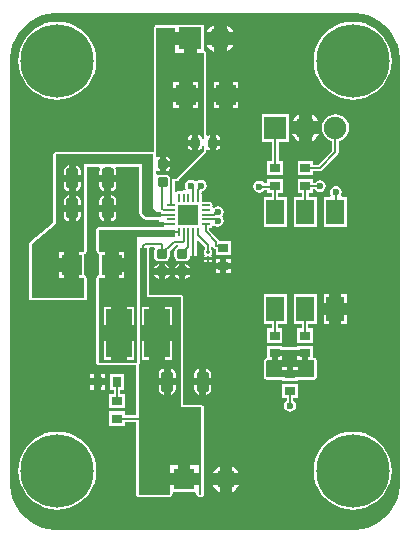
<source format=gtl>
G04*
G04 #@! TF.GenerationSoftware,Altium Limited,Altium Designer,19.1.6 (110)*
G04*
G04 Layer_Physical_Order=1*
G04 Layer_Color=255*
%FSLAX43Y43*%
%MOMM*%
G71*
G01*
G75*
%ADD25C,1.900*%
%ADD26R,1.900X1.900*%
%ADD31R,1.700X1.800*%
%ADD32R,2.200X4.100*%
G04:AMPARAMS|DCode=33|XSize=1.8mm|YSize=1mm|CornerRadius=0.25mm|HoleSize=0mm|Usage=FLASHONLY|Rotation=90.000|XOffset=0mm|YOffset=0mm|HoleType=Round|Shape=RoundedRectangle|*
%AMROUNDEDRECTD33*
21,1,1.800,0.500,0,0,90.0*
21,1,1.300,1.000,0,0,90.0*
1,1,0.500,0.250,0.650*
1,1,0.500,0.250,-0.650*
1,1,0.500,-0.250,-0.650*
1,1,0.500,-0.250,0.650*
%
%ADD33ROUNDEDRECTD33*%
%ADD34R,0.900X0.800*%
%ADD35R,0.800X0.950*%
%ADD36O,0.200X0.800*%
%ADD37O,0.800X0.200*%
%ADD38R,1.700X1.700*%
G04:AMPARAMS|DCode=39|XSize=0.9mm|YSize=0.8mm|CornerRadius=0.2mm|HoleSize=0mm|Usage=FLASHONLY|Rotation=90.000|XOffset=0mm|YOffset=0mm|HoleType=Round|Shape=RoundedRectangle|*
%AMROUNDEDRECTD39*
21,1,0.900,0.400,0,0,90.0*
21,1,0.500,0.800,0,0,90.0*
1,1,0.400,0.200,0.250*
1,1,0.400,0.200,-0.250*
1,1,0.400,-0.200,-0.250*
1,1,0.400,-0.200,0.250*
%
%ADD39ROUNDEDRECTD39*%
G04:AMPARAMS|DCode=40|XSize=0.9mm|YSize=0.8mm|CornerRadius=0.2mm|HoleSize=0mm|Usage=FLASHONLY|Rotation=0.000|XOffset=0mm|YOffset=0mm|HoleType=Round|Shape=RoundedRectangle|*
%AMROUNDEDRECTD40*
21,1,0.900,0.400,0,0,0.0*
21,1,0.500,0.800,0,0,0.0*
1,1,0.400,0.250,-0.200*
1,1,0.400,-0.250,-0.200*
1,1,0.400,-0.250,0.200*
1,1,0.400,0.250,0.200*
%
%ADD40ROUNDEDRECTD40*%
G04:AMPARAMS|DCode=41|XSize=0.28mm|YSize=0.3mm|CornerRadius=0.07mm|HoleSize=0mm|Usage=FLASHONLY|Rotation=90.000|XOffset=0mm|YOffset=0mm|HoleType=Round|Shape=RoundedRectangle|*
%AMROUNDEDRECTD41*
21,1,0.280,0.160,0,0,90.0*
21,1,0.140,0.300,0,0,90.0*
1,1,0.140,0.080,0.070*
1,1,0.140,0.080,-0.070*
1,1,0.140,-0.080,-0.070*
1,1,0.140,-0.080,0.070*
%
%ADD41ROUNDEDRECTD41*%
%ADD42R,1.500X2.150*%
%ADD43C,0.150*%
%ADD44C,1.800*%
%ADD45R,1.800X1.800*%
%ADD46C,6.200*%
%ADD47C,0.600*%
G36*
X99788Y92961D02*
X100298Y92824D01*
X100786Y92622D01*
X101244Y92358D01*
X101663Y92036D01*
X102036Y91663D01*
X102358Y91244D01*
X102622Y90786D01*
X102824Y90298D01*
X102961Y89788D01*
X103030Y89264D01*
Y89000D01*
X103030Y53285D01*
X103030Y53021D01*
X102961Y52497D01*
X102824Y51987D01*
X102622Y51499D01*
X102358Y51041D01*
X102036Y50622D01*
X101663Y50248D01*
X101244Y49927D01*
X100786Y49663D01*
X100298Y49461D01*
X99788Y49324D01*
X99264Y49255D01*
X99000Y49255D01*
X74000D01*
X73736Y49255D01*
X73212Y49324D01*
X72702Y49461D01*
X72214Y49663D01*
X71756Y49927D01*
X71337Y50249D01*
X70963Y50622D01*
X70642Y51041D01*
X70378Y51499D01*
X70176Y51987D01*
X70039Y52497D01*
X69970Y53021D01*
Y53285D01*
Y89000D01*
Y89264D01*
X70039Y89788D01*
X70176Y90298D01*
X70378Y90786D01*
X70642Y91244D01*
X70964Y91663D01*
X71337Y92036D01*
X71756Y92358D01*
X72214Y92622D01*
X72702Y92824D01*
X73212Y92961D01*
X73736Y93030D01*
X99264D01*
X99788Y92961D01*
D02*
G37*
%LPC*%
G36*
X88320Y92000D02*
Y91425D01*
X88895D01*
X88862Y91505D01*
X88662Y91767D01*
X88400Y91967D01*
X88320Y92000D01*
D02*
G37*
G36*
X87220D02*
X87140Y91967D01*
X86878Y91767D01*
X86678Y91505D01*
X86645Y91425D01*
X87220D01*
Y92000D01*
D02*
G37*
G36*
X88895Y90325D02*
X88320D01*
Y89750D01*
X88400Y89783D01*
X88662Y89983D01*
X88862Y90245D01*
X88895Y90325D01*
D02*
G37*
G36*
X87220D02*
X86645D01*
X86678Y90245D01*
X86848Y90023D01*
X86878Y89983D01*
X87140Y89783D01*
X87220Y89750D01*
Y90325D01*
D02*
G37*
G36*
X89325Y87225D02*
X88875D01*
Y86725D01*
X89325D01*
Y87225D01*
D02*
G37*
G36*
X87675D02*
X87225D01*
Y86725D01*
X87675D01*
Y87225D01*
D02*
G37*
G36*
X99000Y92310D02*
X98482Y92269D01*
X97977Y92148D01*
X97497Y91949D01*
X97054Y91678D01*
X96659Y91341D01*
X96322Y90946D01*
X96051Y90503D01*
X95852Y90023D01*
X95731Y89518D01*
X95690Y89000D01*
X95731Y88482D01*
X95852Y87977D01*
X96051Y87497D01*
X96322Y87054D01*
X96659Y86659D01*
X97054Y86322D01*
X97497Y86051D01*
X97977Y85852D01*
X98482Y85731D01*
X99000Y85690D01*
X99518Y85731D01*
X100023Y85852D01*
X100503Y86051D01*
X100946Y86322D01*
X101341Y86659D01*
X101678Y87054D01*
X101949Y87497D01*
X102148Y87977D01*
X102269Y88482D01*
X102310Y89000D01*
X102269Y89518D01*
X102148Y90023D01*
X101949Y90503D01*
X101678Y90946D01*
X101341Y91341D01*
X100946Y91678D01*
X100503Y91949D01*
X100023Y92148D01*
X99518Y92269D01*
X99000Y92310D01*
D02*
G37*
G36*
X74000D02*
X73482Y92269D01*
X72977Y92148D01*
X72497Y91949D01*
X72054Y91678D01*
X71659Y91341D01*
X71322Y90946D01*
X71051Y90503D01*
X70852Y90023D01*
X70731Y89518D01*
X70690Y89000D01*
X70731Y88482D01*
X70852Y87977D01*
X71051Y87497D01*
X71322Y87054D01*
X71659Y86659D01*
X72054Y86322D01*
X72497Y86051D01*
X72977Y85852D01*
X73482Y85731D01*
X74000Y85690D01*
X74518Y85731D01*
X75023Y85852D01*
X75503Y86051D01*
X75946Y86322D01*
X76341Y86659D01*
X76678Y87054D01*
X76949Y87497D01*
X77148Y87977D01*
X77269Y88482D01*
X77310Y89000D01*
X77269Y89518D01*
X77148Y90023D01*
X76949Y90503D01*
X76678Y90946D01*
X76341Y91341D01*
X75946Y91678D01*
X75503Y91949D01*
X75023Y92148D01*
X74518Y92269D01*
X74000Y92310D01*
D02*
G37*
G36*
X89325Y85525D02*
X88875D01*
Y85025D01*
X89325D01*
Y85525D01*
D02*
G37*
G36*
X87675D02*
X87225D01*
Y85025D01*
X87675D01*
Y85525D01*
D02*
G37*
G36*
X95550Y84425D02*
Y83850D01*
X96125D01*
X96092Y83930D01*
X95892Y84192D01*
X95630Y84392D01*
X95550Y84425D01*
D02*
G37*
G36*
X94450D02*
X94370Y84392D01*
X94108Y84192D01*
X93908Y83930D01*
X93875Y83850D01*
X94450D01*
Y84425D01*
D02*
G37*
G36*
X87440Y82695D02*
Y82315D01*
X87780D01*
X87752Y82456D01*
X87663Y82589D01*
X87531Y82677D01*
X87440Y82695D01*
D02*
G37*
G36*
X96125Y82750D02*
X95550D01*
Y82175D01*
X95630Y82208D01*
X95892Y82408D01*
X96092Y82670D01*
X96125Y82750D01*
D02*
G37*
G36*
X94450D02*
X93875D01*
X93908Y82670D01*
X94108Y82408D01*
X94370Y82208D01*
X94450Y82175D01*
Y82750D01*
D02*
G37*
G36*
X87780Y81785D02*
X87440D01*
Y81405D01*
X87531Y81423D01*
X87663Y81512D01*
X87752Y81644D01*
X87780Y81785D01*
D02*
G37*
G36*
X84080Y92025D02*
Y92025D01*
X84080Y92025D01*
X83962Y92004D01*
X82375D01*
X82297Y91988D01*
X82231Y91944D01*
X82187Y91878D01*
X82171Y91800D01*
Y81337D01*
X82100Y81279D01*
X73875D01*
X73797Y81263D01*
X73731Y81219D01*
X73687Y81153D01*
X73671Y81075D01*
Y75248D01*
X71697Y73659D01*
X71690Y73650D01*
X71681Y73644D01*
X71665Y73620D01*
X71646Y73598D01*
X71643Y73587D01*
X71637Y73578D01*
X71631Y73550D01*
X71622Y73522D01*
X71623Y73511D01*
X71621Y73500D01*
Y68900D01*
X71637Y68822D01*
X71681Y68756D01*
X71747Y68712D01*
X71825Y68696D01*
X76288D01*
X76366Y68712D01*
X76432Y68756D01*
X76476Y68822D01*
X76492Y68900D01*
Y70514D01*
X76485Y70547D01*
X76481Y70580D01*
X76443Y70691D01*
X76440Y70697D01*
X76438Y70703D01*
X76420Y70731D01*
X76403Y70760D01*
X76398Y70764D01*
X76394Y70769D01*
X76366Y70788D01*
X76340Y70808D01*
X76333Y70810D01*
X76328Y70813D01*
X76295Y70820D01*
X76263Y70829D01*
X76250Y70953D01*
Y72497D01*
X76263Y72621D01*
X76295Y72630D01*
X76328Y72637D01*
X76333Y72640D01*
X76340Y72642D01*
X76366Y72662D01*
X76394Y72681D01*
X76398Y72686D01*
X76403Y72690D01*
X76420Y72719D01*
X76438Y72747D01*
X76440Y72753D01*
X76443Y72759D01*
X76481Y72870D01*
X76485Y72903D01*
X76492Y72936D01*
Y80021D01*
X77562Y80021D01*
X77630Y79894D01*
X77601Y79851D01*
X77576Y79727D01*
X77566Y79675D01*
Y79325D01*
X78275D01*
X78984D01*
Y79675D01*
X78949Y79851D01*
X78920Y79894D01*
X78988Y80021D01*
X80946D01*
Y79995D01*
X80950Y79975D01*
D01*
D01*
D01*
X80950Y76096D01*
X80966Y76018D01*
X81010Y75952D01*
X81010Y75952D01*
X81356Y75606D01*
X81422Y75562D01*
X81500Y75546D01*
X82624D01*
X82632Y75526D01*
X82645Y75419D01*
X82577Y75373D01*
X82561Y75350D01*
X83000D01*
Y74925D01*
X82485D01*
X82475Y74904D01*
X77500D01*
X77422Y74888D01*
X77356Y74844D01*
X77312Y74778D01*
X77296Y74700D01*
Y72931D01*
X77297Y72927D01*
X77296Y72922D01*
X77305Y72888D01*
X77312Y72853D01*
X77314Y72849D01*
X77315Y72844D01*
X77365Y72738D01*
X77386Y72710D01*
X77406Y72681D01*
X77410Y72678D01*
X77413Y72674D01*
X77443Y72656D01*
X77472Y72637D01*
X77477Y72636D01*
X77481Y72633D01*
X77516Y72628D01*
X77550Y72621D01*
Y70829D01*
X77516Y70822D01*
X77481Y70817D01*
X77477Y70814D01*
X77472Y70813D01*
X77443Y70794D01*
X77413Y70776D01*
X77410Y70772D01*
X77406Y70769D01*
X77386Y70740D01*
X77365Y70712D01*
X77315Y70606D01*
X77314Y70601D01*
X77312Y70597D01*
X77305Y70562D01*
X77296Y70528D01*
X77297Y70523D01*
X77296Y70519D01*
Y63675D01*
Y63425D01*
X77312Y63347D01*
X77356Y63281D01*
X77422Y63237D01*
X77500Y63221D01*
X80696D01*
Y58955D01*
X79700D01*
Y59300D01*
X78400D01*
Y58100D01*
X79700D01*
Y58395D01*
X80696D01*
X80696Y52250D01*
X80712Y52172D01*
X80756Y52106D01*
X80822Y52062D01*
X80900Y52046D01*
X83485D01*
X83506Y52050D01*
X83527Y52050D01*
X83544Y52058D01*
X83563Y52062D01*
X83581Y52073D01*
X83600Y52082D01*
X83613Y52095D01*
X83629Y52106D01*
X83641Y52123D01*
X83656Y52139D01*
X83721Y52239D01*
X83728Y52256D01*
X83738Y52272D01*
X83743Y52293D01*
X83750Y52313D01*
X83750Y52325D01*
X83770Y52450D01*
X85659D01*
X85747Y52360D01*
X85755Y52330D01*
X85762Y52299D01*
X85766Y52292D01*
X85769Y52284D01*
X85834Y52157D01*
X85853Y52132D01*
X85871Y52106D01*
X85878Y52101D01*
X85883Y52095D01*
X85911Y52079D01*
X85937Y52062D01*
X85945Y52060D01*
X85953Y52056D01*
X85984Y52052D01*
X86015Y52046D01*
X86200D01*
X86278Y52062D01*
X86344Y52106D01*
X86388Y52172D01*
X86404Y52250D01*
X86404Y59650D01*
X86388Y59728D01*
X86344Y59794D01*
X86278Y59838D01*
X86200Y59854D01*
X84654D01*
Y60000D01*
X84654Y68975D01*
X84638Y69053D01*
X84594Y69119D01*
X84528Y69163D01*
X84450Y69179D01*
X81754Y69179D01*
Y73100D01*
X81860Y73207D01*
X82205D01*
X82273Y73080D01*
X82223Y73006D01*
X82192Y72850D01*
Y72450D01*
Y72450D01*
D01*
X82212Y72350D01*
X82223Y72294D01*
X82312Y72162D01*
X82444Y72073D01*
X82600Y72042D01*
X83100D01*
X83256Y72073D01*
X83388Y72162D01*
X83477Y72294D01*
X83508Y72450D01*
Y72467D01*
D01*
Y72850D01*
X83503Y72872D01*
X83548Y72902D01*
X84016Y73370D01*
X84236D01*
X84248Y73243D01*
X84169Y73227D01*
X84037Y73138D01*
X83948Y73006D01*
X83917Y72850D01*
Y72450D01*
Y72450D01*
D01*
X83928Y72394D01*
X83948Y72294D01*
X84037Y72162D01*
X84169Y72073D01*
X84325Y72042D01*
X84825D01*
X84981Y72073D01*
X85113Y72162D01*
X85202Y72294D01*
X85233Y72450D01*
Y72473D01*
X85780Y72475D01*
Y73743D01*
X85907Y73796D01*
X86470Y73234D01*
Y73036D01*
X86416Y72955D01*
X86395Y72850D01*
Y72710D01*
X86416Y72605D01*
X86475Y72515D01*
Y72515D01*
X86416Y72425D01*
X86401Y72350D01*
X86750D01*
X87099D01*
X87099Y72352D01*
D01*
X87084Y72425D01*
X87025Y72515D01*
Y72515D01*
X87084Y72605D01*
X87105Y72710D01*
Y72850D01*
X87084Y72955D01*
X87030Y73036D01*
Y73211D01*
X87157Y73224D01*
X87166Y73181D01*
X87227Y73090D01*
X87318Y73029D01*
X87400Y73012D01*
Y72525D01*
X88700D01*
Y73725D01*
X87695D01*
X87684Y73782D01*
X87623Y73873D01*
X86830Y74666D01*
Y74844D01*
X86850D01*
X86967Y74867D01*
X87066Y74934D01*
X87119Y75012D01*
X87127Y75019D01*
X87196Y75043D01*
X87266Y75055D01*
X87380Y74979D01*
X87575Y74940D01*
X87770Y74979D01*
X87935Y75090D01*
X88046Y75255D01*
X88085Y75450D01*
X88046Y75645D01*
X88004Y75708D01*
X87937Y75812D01*
X88004Y75917D01*
X88046Y75980D01*
X88085Y76175D01*
X88046Y76370D01*
X87935Y76535D01*
X87770Y76646D01*
X87575Y76685D01*
X87380Y76646D01*
X87232Y76547D01*
X87227Y76546D01*
X87133Y76633D01*
X87133Y76633D01*
X87156Y76750D01*
X87133Y76867D01*
X87066Y76966D01*
X86967Y77033D01*
X86850Y77056D01*
X86327D01*
X86238Y77088D01*
X86206Y77177D01*
Y77700D01*
X86186Y77801D01*
X86207Y77880D01*
X86227Y77930D01*
X86345Y77954D01*
X86510Y78065D01*
X86621Y78230D01*
X86660Y78425D01*
X86621Y78620D01*
X86510Y78785D01*
X86345Y78896D01*
X86150Y78935D01*
X85955Y78896D01*
X85790Y78785D01*
X85788Y78784D01*
X85661D01*
X85660Y78785D01*
X85495Y78896D01*
X85300Y78935D01*
X85105Y78896D01*
X84940Y78785D01*
X84829Y78620D01*
X84790Y78425D01*
X84829Y78230D01*
X84883Y78149D01*
X84835Y78008D01*
X84795Y77987D01*
X84700Y78006D01*
X84583Y77983D01*
X84500Y77927D01*
X84417Y77983D01*
X84300Y78006D01*
X84183Y77983D01*
X84084Y77916D01*
X84057Y77877D01*
X83930Y77915D01*
Y78771D01*
X84100D01*
X84178Y78787D01*
X84244Y78831D01*
X84288Y78897D01*
X84304Y78975D01*
Y78991D01*
X86544Y81231D01*
X86588Y81297D01*
X86604Y81375D01*
Y81424D01*
X86731Y81482D01*
X86782Y81448D01*
X86819Y81423D01*
X86910Y81405D01*
Y82050D01*
Y82695D01*
X86819Y82677D01*
X86731Y82618D01*
X86604Y82676D01*
Y89625D01*
X86588Y89703D01*
X86544Y89769D01*
X86478Y89813D01*
X86400Y89829D01*
X86380D01*
Y92025D01*
X84080D01*
X84080Y92025D01*
D02*
G37*
G36*
X97545Y84465D02*
X97245Y84425D01*
X96965Y84310D01*
X96725Y84125D01*
X96541Y83885D01*
X96425Y83605D01*
X96385Y83305D01*
X96425Y83005D01*
X96541Y82725D01*
X96725Y82485D01*
X96965Y82301D01*
X97245Y82185D01*
Y81341D01*
X96109Y80205D01*
X95650D01*
Y80500D01*
X94350D01*
Y79300D01*
X95650D01*
Y79645D01*
X96225D01*
X96332Y79666D01*
X96423Y79727D01*
X97723Y81027D01*
X97784Y81118D01*
X97805Y81225D01*
Y82179D01*
X97845Y82185D01*
X98125Y82301D01*
X98365Y82485D01*
X98550Y82725D01*
X98665Y83005D01*
X98705Y83305D01*
X98665Y83605D01*
X98550Y83885D01*
X98365Y84125D01*
X98125Y84310D01*
X97845Y84425D01*
X97545Y84465D01*
D02*
G37*
G36*
X93610Y84450D02*
X91310D01*
Y82150D01*
X92180D01*
Y80475D01*
X91775D01*
Y79275D01*
X93075D01*
Y80475D01*
X92740D01*
Y82150D01*
X93610D01*
Y84450D01*
D02*
G37*
G36*
X93075Y78975D02*
X91775D01*
Y78605D01*
X91514D01*
X91460Y78685D01*
X91295Y78796D01*
X91100Y78835D01*
X90905Y78796D01*
X90740Y78685D01*
X90629Y78520D01*
X90590Y78325D01*
X90629Y78130D01*
X90740Y77965D01*
X90905Y77854D01*
X91100Y77815D01*
X91295Y77854D01*
X91460Y77965D01*
X91514Y78045D01*
X91775D01*
Y77775D01*
X92145D01*
Y77475D01*
X91510D01*
Y74925D01*
X93410D01*
Y77475D01*
X92705D01*
Y77775D01*
X93075D01*
Y78975D01*
D02*
G37*
G36*
X77975Y78725D02*
X77566D01*
Y78375D01*
X77601Y78199D01*
X77701Y78051D01*
X77849Y77951D01*
X77975Y77926D01*
Y78725D01*
D02*
G37*
G36*
X78984D02*
X78575D01*
Y77926D01*
X78701Y77951D01*
X78849Y78051D01*
X78949Y78199D01*
X78984Y78375D01*
Y78725D01*
D02*
G37*
G36*
X95650Y79000D02*
X94350D01*
Y77800D01*
X94720D01*
Y77475D01*
X94050D01*
Y74925D01*
X95950D01*
Y77475D01*
X95280D01*
Y77800D01*
X95650D01*
Y78095D01*
X95811D01*
X95865Y78015D01*
X96030Y77904D01*
X96225Y77865D01*
X96420Y77904D01*
X96585Y78015D01*
X96696Y78180D01*
X96735Y78375D01*
X96696Y78570D01*
X96585Y78735D01*
X96420Y78846D01*
X96225Y78885D01*
X96030Y78846D01*
X95865Y78735D01*
X95811Y78655D01*
X95650D01*
Y79000D01*
D02*
G37*
G36*
X78575Y77599D02*
Y76800D01*
X78984D01*
Y77150D01*
X78949Y77326D01*
X78849Y77474D01*
X78701Y77574D01*
X78575Y77599D01*
D02*
G37*
G36*
X77975Y77599D02*
X77849Y77574D01*
X77701Y77474D01*
X77601Y77326D01*
X77566Y77150D01*
Y76800D01*
X77975D01*
Y77599D01*
D02*
G37*
G36*
Y76200D02*
X77566D01*
Y75850D01*
X77601Y75674D01*
X77701Y75526D01*
X77849Y75426D01*
X77975Y75401D01*
Y76200D01*
D02*
G37*
G36*
X78984D02*
X78575D01*
Y75401D01*
X78701Y75426D01*
X78814Y75502D01*
D01*
X78849Y75526D01*
X78949Y75674D01*
X78984Y75850D01*
Y76200D01*
D02*
G37*
G36*
X97575Y78385D02*
X97380Y78346D01*
X97215Y78235D01*
X97104Y78070D01*
X97065Y77875D01*
X97104Y77680D01*
X97156Y77602D01*
X97088Y77475D01*
X96590D01*
Y74925D01*
X98490D01*
Y77475D01*
X98062D01*
X97994Y77602D01*
X98046Y77680D01*
X98085Y77875D01*
X98046Y78070D01*
X97935Y78235D01*
X97770Y78346D01*
X97575Y78385D01*
D02*
G37*
G36*
X87099Y72150D02*
X86850D01*
Y71909D01*
X86935Y71926D01*
X87025Y71985D01*
X87084Y72075D01*
X87099Y72150D01*
D02*
G37*
G36*
X86650D02*
X86401D01*
X86416Y72075D01*
X86475Y71985D01*
X86565Y71926D01*
X86650Y71909D01*
Y72150D01*
D02*
G37*
G36*
X88700Y72225D02*
X88315D01*
Y71890D01*
X88700D01*
Y72225D01*
D02*
G37*
G36*
X87785D02*
X87400D01*
Y71890D01*
X87785D01*
Y72225D01*
D02*
G37*
G36*
X84840Y71755D02*
Y71415D01*
X85220D01*
X85202Y71506D01*
X85114Y71638D01*
X85057Y71676D01*
X84981Y71727D01*
X84840Y71755D01*
D02*
G37*
G36*
X84310D02*
X84169Y71727D01*
X84037Y71638D01*
X83948Y71506D01*
X83930Y71415D01*
X84310D01*
Y71755D01*
D02*
G37*
G36*
X83115Y71755D02*
Y71415D01*
X83495D01*
X83477Y71506D01*
X83389Y71638D01*
X83256Y71727D01*
X83115Y71755D01*
D02*
G37*
G36*
X82585D02*
X82444Y71727D01*
X82312Y71638D01*
X82223Y71506D01*
X82205Y71415D01*
X82585D01*
Y71755D01*
D02*
G37*
G36*
X88700Y71360D02*
X88315D01*
Y71025D01*
X88700D01*
Y71360D01*
D02*
G37*
G36*
X87785D02*
X87400D01*
Y71025D01*
X87785D01*
Y71360D01*
D02*
G37*
G36*
X85220Y70885D02*
X84840D01*
Y70545D01*
X84981Y70573D01*
X85114Y70662D01*
X85202Y70794D01*
X85220Y70885D01*
D02*
G37*
G36*
X84310D02*
X83930D01*
X83948Y70794D01*
X84037Y70662D01*
X84169Y70573D01*
X84310Y70545D01*
Y70885D01*
D02*
G37*
G36*
X83495Y70885D02*
X83115D01*
Y70545D01*
X83256Y70573D01*
X83389Y70662D01*
X83477Y70794D01*
X83495Y70885D01*
D02*
G37*
G36*
X82585D02*
X82205D01*
X82223Y70794D01*
X82312Y70662D01*
X82444Y70573D01*
X82585Y70545D01*
Y70885D01*
D02*
G37*
G36*
X98490Y69225D02*
X98040D01*
Y68450D01*
X98490D01*
Y69225D01*
D02*
G37*
G36*
X97040D02*
X96590D01*
Y68450D01*
X97040D01*
Y69225D01*
D02*
G37*
G36*
X98490Y67450D02*
X98040D01*
Y66675D01*
X98490D01*
Y67450D01*
D02*
G37*
G36*
X97040D02*
X96590D01*
Y66675D01*
X97040D01*
Y67450D01*
D02*
G37*
G36*
X95950Y69225D02*
X94050D01*
Y66675D01*
X94695D01*
Y66325D01*
X94325D01*
Y65125D01*
X95625D01*
Y66325D01*
X95255D01*
Y66675D01*
X95950D01*
Y69225D01*
D02*
G37*
G36*
X93410D02*
X91510D01*
Y66675D01*
X92155D01*
Y66325D01*
X91750D01*
Y65125D01*
X93050D01*
Y66325D01*
X92715D01*
Y66675D01*
X93410D01*
Y69225D01*
D02*
G37*
G36*
X95625Y64825D02*
X94325D01*
Y64729D01*
X93050D01*
Y64825D01*
X91750D01*
Y63829D01*
X91716Y63822D01*
X91681Y63817D01*
X91677Y63814D01*
X91672Y63813D01*
X91643Y63794D01*
X91613Y63776D01*
X91610Y63772D01*
X91606Y63769D01*
X91586Y63740D01*
X91565Y63712D01*
X91515Y63606D01*
X91514Y63601D01*
X91512Y63597D01*
X91505Y63562D01*
X91496Y63528D01*
X91497Y63523D01*
X91496Y63519D01*
X91496Y62200D01*
X91512Y62122D01*
X91556Y62056D01*
X91622Y62012D01*
X91700Y61996D01*
X93050D01*
Y61900D01*
X94350D01*
Y61996D01*
X95750D01*
X95828Y62012D01*
X95894Y62056D01*
X95938Y62122D01*
X95954Y62200D01*
X95954Y63620D01*
X95947Y63655D01*
X95941Y63691D01*
X95939Y63694D01*
X95938Y63698D01*
X95918Y63728D01*
X95900Y63759D01*
X95896Y63761D01*
X95894Y63764D01*
X95864Y63784D01*
X95835Y63805D01*
X95831Y63806D01*
X95828Y63809D01*
X95793Y63816D01*
X95758Y63824D01*
X95631Y63829D01*
X95625Y63951D01*
Y64825D01*
D02*
G37*
G36*
X86600Y62924D02*
Y62125D01*
X87009D01*
Y62475D01*
X86974Y62651D01*
X86874Y62799D01*
X86726Y62899D01*
X86600Y62924D01*
D02*
G37*
G36*
X86000D02*
X85874Y62899D01*
X85726Y62799D01*
X85626Y62651D01*
X85591Y62475D01*
Y62125D01*
X86000D01*
Y62924D01*
D02*
G37*
G36*
X78000Y62500D02*
X77665D01*
Y62090D01*
X78000D01*
Y62500D01*
D02*
G37*
G36*
X77135D02*
X76800D01*
Y62090D01*
X77135D01*
Y62500D01*
D02*
G37*
G36*
X78000Y61560D02*
X77665D01*
Y61150D01*
X78000D01*
Y61560D01*
D02*
G37*
G36*
X77135D02*
X76800D01*
Y61150D01*
X77135D01*
Y61560D01*
D02*
G37*
G36*
X87009Y61525D02*
X86600D01*
Y60726D01*
X86726Y60751D01*
X86874Y60851D01*
X86974Y60999D01*
X87009Y61175D01*
Y61525D01*
D02*
G37*
G36*
X86000D02*
X85591D01*
Y61175D01*
X85626Y60999D01*
X85726Y60851D01*
X85874Y60751D01*
X86000Y60726D01*
Y61525D01*
D02*
G37*
G36*
X79650Y62500D02*
X78450D01*
Y61150D01*
X78770D01*
Y60800D01*
X78400D01*
Y59600D01*
X79700D01*
Y60800D01*
X79330D01*
Y61150D01*
X79650D01*
Y62500D01*
D02*
G37*
G36*
X94350Y61600D02*
X93050D01*
Y60400D01*
X93420D01*
Y60214D01*
X93340Y60160D01*
X93229Y59995D01*
X93190Y59800D01*
X93229Y59605D01*
X93340Y59440D01*
X93505Y59329D01*
X93700Y59290D01*
X93895Y59329D01*
X94060Y59440D01*
X94171Y59605D01*
X94210Y59800D01*
X94171Y59995D01*
X94060Y60160D01*
X93980Y60214D01*
Y60400D01*
X94350D01*
Y61600D01*
D02*
G37*
G36*
X88750Y54642D02*
Y54050D01*
X89342D01*
X89298Y54155D01*
X89106Y54406D01*
X88855Y54598D01*
X88750Y54642D01*
D02*
G37*
G36*
X87750D02*
X87645Y54598D01*
X87394Y54406D01*
X87202Y54155D01*
X87158Y54050D01*
X87750D01*
Y54642D01*
D02*
G37*
G36*
X89342Y53050D02*
X88750D01*
Y52458D01*
X88855Y52502D01*
X89106Y52694D01*
X89298Y52945D01*
X89342Y53050D01*
D02*
G37*
G36*
X87750D02*
X87158D01*
X87202Y52945D01*
X87394Y52694D01*
X87645Y52502D01*
X87750Y52458D01*
Y53050D01*
D02*
G37*
G36*
X99000Y57595D02*
X98482Y57554D01*
X97977Y57433D01*
X97497Y57234D01*
X97054Y56963D01*
X96659Y56626D01*
X96322Y56231D01*
X96051Y55788D01*
X95852Y55308D01*
X95731Y54803D01*
X95690Y54285D01*
X95731Y53767D01*
X95852Y53262D01*
X96051Y52782D01*
X96322Y52339D01*
X96659Y51944D01*
X97054Y51607D01*
X97497Y51336D01*
X97977Y51137D01*
X98482Y51016D01*
X99000Y50975D01*
X99518Y51016D01*
X100023Y51137D01*
X100503Y51336D01*
X100946Y51607D01*
X101341Y51944D01*
X101678Y52339D01*
X101949Y52782D01*
X102148Y53262D01*
X102269Y53767D01*
X102310Y54285D01*
X102269Y54803D01*
X102148Y55308D01*
X101949Y55788D01*
X101678Y56231D01*
X101341Y56626D01*
X100946Y56963D01*
X100503Y57234D01*
X100023Y57433D01*
X99518Y57554D01*
X99000Y57595D01*
D02*
G37*
G36*
X74000D02*
X73482Y57554D01*
X72977Y57433D01*
X72497Y57234D01*
X72054Y56963D01*
X71659Y56626D01*
X71322Y56231D01*
X71051Y55788D01*
X70852Y55308D01*
X70731Y54803D01*
X70690Y54285D01*
X70731Y53767D01*
X70852Y53262D01*
X71051Y52782D01*
X71322Y52339D01*
X71659Y51944D01*
X72054Y51607D01*
X72497Y51336D01*
X72977Y51137D01*
X73482Y51016D01*
X74000Y50975D01*
X74518Y51016D01*
X75023Y51137D01*
X75503Y51336D01*
X75946Y51607D01*
X76341Y51944D01*
X76678Y52339D01*
X76949Y52782D01*
X77148Y53262D01*
X77269Y53767D01*
X77310Y54285D01*
X77269Y54803D01*
X77148Y55308D01*
X76949Y55788D01*
X76678Y56231D01*
X76341Y56626D01*
X75946Y56963D01*
X75503Y57234D01*
X75023Y57433D01*
X74518Y57554D01*
X74000Y57595D01*
D02*
G37*
%LPD*%
G36*
X83980Y91425D02*
X85230D01*
Y90875D01*
X85780D01*
Y89625D01*
X86400D01*
Y82362D01*
X86273Y82349D01*
X86252Y82456D01*
X86163Y82588D01*
X86031Y82677D01*
X85940Y82695D01*
Y82050D01*
Y81405D01*
X86031Y81423D01*
X86163Y81512D01*
X86252Y81644D01*
X86273Y81751D01*
X86400Y81738D01*
Y81375D01*
X84100Y79075D01*
X84100Y78975D01*
X83578D01*
X83552Y79106D01*
X83464Y79238D01*
X83331Y79327D01*
X83175Y79358D01*
X82675D01*
X82519Y79327D01*
X82502Y79315D01*
X82375Y79383D01*
Y79617D01*
X82502Y79685D01*
X82519Y79673D01*
X82660Y79645D01*
Y80250D01*
Y80855D01*
X82519Y80827D01*
X82502Y80815D01*
X82375Y80883D01*
Y91800D01*
X83980D01*
Y91425D01*
D02*
G37*
G36*
X82100Y76525D02*
X82475Y76150D01*
X82775D01*
Y75750D01*
X81500D01*
X81154Y76096D01*
X81154Y79975D01*
X81150Y79995D01*
Y80225D01*
X78000D01*
X76288Y80225D01*
Y72936D01*
X76250Y72825D01*
X76161Y72825D01*
X75800D01*
Y71725D01*
Y70625D01*
X76161D01*
X76250Y70625D01*
X76288Y70514D01*
Y68900D01*
X71825D01*
Y73500D01*
X73875Y75150D01*
Y81075D01*
X82100D01*
Y76525D01*
D02*
G37*
G36*
X83918Y74075D02*
X80775D01*
Y63425D01*
X77500D01*
Y63675D01*
Y70519D01*
X77550Y70625D01*
X77627Y70625D01*
X78000D01*
Y71725D01*
Y72825D01*
X77627D01*
X77550Y72825D01*
X77500Y72931D01*
Y74700D01*
X83918D01*
Y74075D01*
D02*
G37*
G36*
X81550Y73100D02*
Y68975D01*
X84450Y68975D01*
X84450Y60000D01*
Y59650D01*
X86200D01*
X86200Y52250D01*
X86015D01*
X85950Y52377D01*
Y53050D01*
X83550D01*
Y52350D01*
X83485Y52250D01*
X80900D01*
X80900Y63268D01*
X80919Y63281D01*
X80963Y63347D01*
X80979Y63425D01*
Y73100D01*
X81550Y73100D01*
D02*
G37*
%LPC*%
G36*
X84680Y90325D02*
X83980D01*
Y89625D01*
X84680D01*
Y90325D01*
D02*
G37*
G36*
X85925Y87225D02*
X85475D01*
Y86725D01*
X85925D01*
Y87225D01*
D02*
G37*
G36*
X84275D02*
X83825D01*
Y86725D01*
X84275D01*
Y87225D01*
D02*
G37*
G36*
X85925Y85525D02*
X85475D01*
Y85025D01*
X85925D01*
Y85525D01*
D02*
G37*
G36*
X84275D02*
X83825D01*
Y85025D01*
X84275D01*
Y85525D01*
D02*
G37*
G36*
X85410Y82695D02*
X85319Y82677D01*
X85187Y82588D01*
X85098Y82456D01*
X85070Y82315D01*
X85410D01*
Y82695D01*
D02*
G37*
G36*
Y81785D02*
X85070D01*
X85098Y81644D01*
X85187Y81512D01*
X85319Y81423D01*
X85410Y81405D01*
Y81785D01*
D02*
G37*
G36*
X83190Y80855D02*
Y80515D01*
X83570D01*
X83552Y80606D01*
X83463Y80738D01*
X83331Y80827D01*
X83190Y80855D01*
D02*
G37*
G36*
X83570Y79985D02*
X83190D01*
Y79645D01*
X83331Y79673D01*
X83463Y79762D01*
X83552Y79894D01*
X83570Y79985D01*
D02*
G37*
G36*
X75575Y80124D02*
Y79325D01*
X75984D01*
Y79675D01*
X75949Y79851D01*
X75849Y79999D01*
X75701Y80099D01*
X75575Y80124D01*
D02*
G37*
G36*
X74975D02*
X74849Y80099D01*
X74701Y79999D01*
X74601Y79851D01*
X74566Y79675D01*
Y79325D01*
X74975D01*
Y80124D01*
D02*
G37*
G36*
X75984Y78725D02*
X75575D01*
Y77926D01*
X75701Y77951D01*
X75849Y78051D01*
X75949Y78199D01*
X75984Y78375D01*
Y78725D01*
D02*
G37*
G36*
X74975D02*
X74566D01*
Y78375D01*
X74601Y78199D01*
X74701Y78051D01*
X74849Y77951D01*
X74975Y77926D01*
Y78725D01*
D02*
G37*
G36*
X75575Y77599D02*
Y76800D01*
X75984D01*
Y77150D01*
X75949Y77326D01*
X75849Y77474D01*
X75701Y77574D01*
X75575Y77599D01*
D02*
G37*
G36*
X74975Y77599D02*
X74849Y77574D01*
X74701Y77474D01*
X74601Y77326D01*
X74566Y77150D01*
Y76800D01*
X74975D01*
Y77599D01*
D02*
G37*
G36*
X75984Y76200D02*
X75575D01*
Y75401D01*
X75701Y75426D01*
X75849Y75526D01*
X75949Y75674D01*
X75984Y75850D01*
Y76200D01*
D02*
G37*
G36*
X74975D02*
X74566D01*
Y75850D01*
X74601Y75674D01*
X74701Y75526D01*
X74849Y75426D01*
X74975Y75401D01*
Y76200D01*
D02*
G37*
G36*
X74600Y72825D02*
X74150D01*
Y72325D01*
X74600D01*
Y72825D01*
D02*
G37*
G36*
Y71125D02*
X74150D01*
Y70625D01*
X74600D01*
Y71125D01*
D02*
G37*
G36*
X79200Y72825D02*
Y72325D01*
X79650D01*
Y72825D01*
X79200D01*
D02*
G37*
G36*
X79650Y71125D02*
X79200D01*
Y70625D01*
X79650D01*
Y71125D01*
D02*
G37*
G36*
X80525Y68175D02*
X79925D01*
Y66625D01*
X80525D01*
Y68175D01*
D02*
G37*
G36*
X78525D02*
X77925D01*
Y66625D01*
X78525D01*
Y68175D01*
D02*
G37*
G36*
X80525Y65225D02*
X79925D01*
Y63675D01*
X80525D01*
Y65225D01*
D02*
G37*
G36*
X78525D02*
X77925D01*
Y63675D01*
X78525D01*
Y65225D01*
D02*
G37*
G36*
X83725Y68175D02*
X83125D01*
Y66625D01*
X83725D01*
Y68175D01*
D02*
G37*
G36*
X81725D02*
X81125D01*
Y66625D01*
X81725D01*
Y68175D01*
D02*
G37*
G36*
X83725Y65225D02*
X83125D01*
Y63675D01*
X83725D01*
Y65225D01*
D02*
G37*
G36*
X81725D02*
X81125D01*
Y63675D01*
X81725D01*
Y65225D01*
D02*
G37*
G36*
X83600Y62924D02*
Y62125D01*
X84009D01*
Y62475D01*
X83974Y62651D01*
X83874Y62799D01*
X83726Y62899D01*
X83600Y62924D01*
D02*
G37*
G36*
X83000Y62924D02*
X82874Y62899D01*
X82726Y62799D01*
X82626Y62651D01*
X82591Y62475D01*
Y62125D01*
X83000D01*
Y62924D01*
D02*
G37*
G36*
X84009Y61525D02*
X83600D01*
Y60726D01*
X83726Y60751D01*
X83874Y60851D01*
X83974Y60999D01*
X84009Y61175D01*
Y61525D01*
D02*
G37*
G36*
X83000D02*
X82591D01*
Y61175D01*
X82626Y60999D01*
X82726Y60851D01*
X82874Y60751D01*
X83000Y60726D01*
Y61525D01*
D02*
G37*
G36*
X85950Y54750D02*
X85250D01*
Y54050D01*
X85950D01*
Y54750D01*
D02*
G37*
G36*
X84250D02*
X83550D01*
Y54050D01*
X84250D01*
Y54750D01*
D02*
G37*
%LPD*%
G36*
X94325Y64490D02*
X94975D01*
Y64225D01*
X95240D01*
Y63625D01*
X95623D01*
X95750Y63620D01*
X95750Y62200D01*
X94350D01*
Y62235D01*
X93700D01*
X93050D01*
Y62200D01*
X91700D01*
X91700Y63519D01*
X91750Y63625D01*
X92135D01*
Y64225D01*
X92400D01*
Y64490D01*
X93050D01*
Y64525D01*
X94325D01*
Y64490D01*
D02*
G37*
%LPC*%
G36*
X94710Y63960D02*
X94325D01*
Y63625D01*
X94710D01*
Y63960D01*
D02*
G37*
G36*
X93050D02*
X92665D01*
Y63625D01*
X93050D01*
Y63960D01*
D02*
G37*
G36*
X94350Y63100D02*
X93965D01*
Y62765D01*
X94350D01*
Y63100D01*
D02*
G37*
G36*
X93435D02*
X93050D01*
Y62765D01*
X93435D01*
Y63100D01*
D02*
G37*
%LPD*%
D25*
X97545Y83305D02*
D03*
X95000Y83300D02*
D03*
X87770Y90875D02*
D03*
D26*
X92460Y83300D02*
D03*
X85230Y90875D02*
D03*
D31*
X88275Y86125D02*
D03*
X84875D02*
D03*
X78600Y71725D02*
D03*
X75200D02*
D03*
D32*
X82425Y65925D02*
D03*
X79225D02*
D03*
D33*
X78275Y76500D02*
D03*
X75275D02*
D03*
X78275Y79025D02*
D03*
X75275D02*
D03*
X86300Y61825D02*
D03*
X83300D02*
D03*
D34*
X93700Y62500D02*
D03*
X93700Y61000D02*
D03*
X88050Y71625D02*
D03*
X88050Y73125D02*
D03*
X79050Y58700D02*
D03*
X79050Y60200D02*
D03*
X94975Y65725D02*
D03*
X94975Y64225D02*
D03*
X92400Y65725D02*
D03*
X92400Y64225D02*
D03*
X92425Y78375D02*
D03*
X92425Y79875D02*
D03*
X95000Y78400D02*
D03*
X95000Y79900D02*
D03*
D35*
X77400Y61825D02*
D03*
X79050D02*
D03*
D36*
X84300Y74500D02*
D03*
X84700D02*
D03*
X85100D02*
D03*
X85500D02*
D03*
X85900D02*
D03*
Y77400D02*
D03*
X85500D02*
D03*
X85100D02*
D03*
X84700D02*
D03*
X84300D02*
D03*
D37*
X86550Y75150D02*
D03*
Y75550D02*
D03*
Y75950D02*
D03*
Y76350D02*
D03*
Y76750D02*
D03*
X83650D02*
D03*
Y76350D02*
D03*
Y75950D02*
D03*
Y75550D02*
D03*
Y75150D02*
D03*
D38*
X85100Y75950D02*
D03*
D39*
X87175Y82050D02*
D03*
X85675Y82050D02*
D03*
D40*
X82925Y78750D02*
D03*
X82925Y80250D02*
D03*
X84575Y71150D02*
D03*
X84575Y72650D02*
D03*
X82850Y71150D02*
D03*
X82850Y72650D02*
D03*
D41*
X86750Y72250D02*
D03*
Y72780D02*
D03*
D42*
X92460Y76200D02*
D03*
Y67950D02*
D03*
X95000D02*
D03*
Y76200D02*
D03*
X97540Y67950D02*
D03*
Y76200D02*
D03*
D43*
X85500Y71250D02*
Y74500D01*
X82500Y75925D02*
X82525Y75950D01*
X83650D01*
X82775Y75175D02*
X82800Y75150D01*
X83650D01*
Y76750D02*
Y79300D01*
X83638Y74387D02*
X83750Y74500D01*
X84300D01*
X84700Y73738D02*
Y74500D01*
X81350Y58675D02*
X81400Y58625D01*
X79050Y58675D02*
X81350D01*
X82850Y72675D02*
Y73400D01*
Y72600D02*
Y72675D01*
X81250Y72700D02*
Y73300D01*
X81438Y73488D01*
X82762D01*
X82850Y73400D01*
X82900Y76438D02*
Y78700D01*
X82988Y76350D02*
X83650D01*
X82900Y76438D02*
X82988Y76350D01*
X95000Y78375D02*
X96225D01*
X92400Y78325D02*
X92425Y78350D01*
X91100Y78325D02*
X92400D01*
X93700Y59800D02*
Y60975D01*
Y62525D02*
X93725Y62550D01*
X97540Y76200D02*
X97575Y76235D01*
Y77875D01*
X87453Y75450D02*
X87575D01*
X87353Y75550D02*
X87453Y75450D01*
X86550Y75550D02*
X87353D01*
X87453Y76175D02*
X87575D01*
X87228Y75950D02*
X87453Y76175D01*
X86550Y75950D02*
X87228D01*
X77375Y61800D02*
X77400Y61825D01*
X79050Y60225D02*
Y61825D01*
X87425Y73288D02*
X87912D01*
X88050Y73150D01*
X87425Y73288D02*
Y73675D01*
X86550Y74550D02*
X87425Y73675D01*
X86550Y74550D02*
Y75150D01*
X86150Y78303D02*
Y78425D01*
X85900Y78053D02*
X86150Y78303D01*
X85900Y77400D02*
Y78053D01*
X85300Y78303D02*
X85500Y78103D01*
X85300Y78303D02*
Y78425D01*
X85500Y77400D02*
Y78103D01*
X85490Y77410D02*
X85500Y77400D01*
X97525Y81225D02*
Y83285D01*
X97545Y83305D01*
X96225Y79925D02*
X97525Y81225D01*
X95000Y79925D02*
X96225D01*
X95000Y76200D02*
Y78375D01*
X92425Y76235D02*
X92460Y76200D01*
X92425Y76235D02*
Y78350D01*
Y79900D02*
X92460Y79935D01*
Y83300D01*
X94975Y65750D02*
Y68100D01*
X92400Y65750D02*
X92435Y65785D01*
Y68100D01*
X83350Y73100D02*
X83900Y73650D01*
X83275Y73100D02*
X83350D01*
X83900Y73650D02*
X84612D01*
X82850Y72675D02*
X83275Y73100D01*
X86700Y71350D02*
X86750Y71400D01*
X85100Y73200D02*
Y74500D01*
X85900Y74200D02*
X86750Y73350D01*
X84550Y72625D02*
Y72650D01*
X85100Y73200D01*
X84612Y73650D02*
X84700Y73738D01*
X86750Y72825D02*
Y73350D01*
X85900Y74200D02*
Y74500D01*
D44*
X88250Y53550D02*
D03*
D45*
X84750D02*
D03*
D46*
X99000Y89000D02*
D03*
X74000D02*
D03*
X99000Y54285D02*
D03*
X74000D02*
D03*
D47*
X100000Y84000D02*
D03*
X102000Y80000D02*
D03*
X100000Y76000D02*
D03*
X102000Y72000D02*
D03*
X100000Y68000D02*
D03*
X102000Y64000D02*
D03*
X100000Y60000D02*
D03*
X98000Y80000D02*
D03*
Y72000D02*
D03*
Y64000D02*
D03*
X96000Y60000D02*
D03*
Y52000D02*
D03*
X94000Y88000D02*
D03*
Y80000D02*
D03*
Y72000D02*
D03*
X92000Y60000D02*
D03*
X94000Y56000D02*
D03*
X92000Y52000D02*
D03*
X88000Y84000D02*
D03*
X90000Y80000D02*
D03*
Y72000D02*
D03*
X88000Y68000D02*
D03*
X90000Y64000D02*
D03*
X88000Y60000D02*
D03*
X90000Y56000D02*
D03*
X88000Y52000D02*
D03*
X86000Y80000D02*
D03*
Y72000D02*
D03*
Y64000D02*
D03*
X84000Y52000D02*
D03*
X80000Y84000D02*
D03*
Y52000D02*
D03*
X78000Y88000D02*
D03*
X76000Y84000D02*
D03*
Y68000D02*
D03*
Y60000D02*
D03*
X78000Y56000D02*
D03*
X72000Y84000D02*
D03*
Y76000D02*
D03*
Y68000D02*
D03*
X74000Y64000D02*
D03*
X72000Y60000D02*
D03*
X85100Y75950D02*
D03*
X79925Y76361D02*
D03*
X79950Y77536D02*
D03*
Y78461D02*
D03*
Y79361D02*
D03*
X96225Y78375D02*
D03*
X91100Y78325D02*
D03*
X93700Y59800D02*
D03*
X97575Y77875D02*
D03*
X87575Y75450D02*
D03*
Y76175D02*
D03*
X92375Y63200D02*
D03*
X86150Y78425D02*
D03*
X85300D02*
D03*
M02*

</source>
